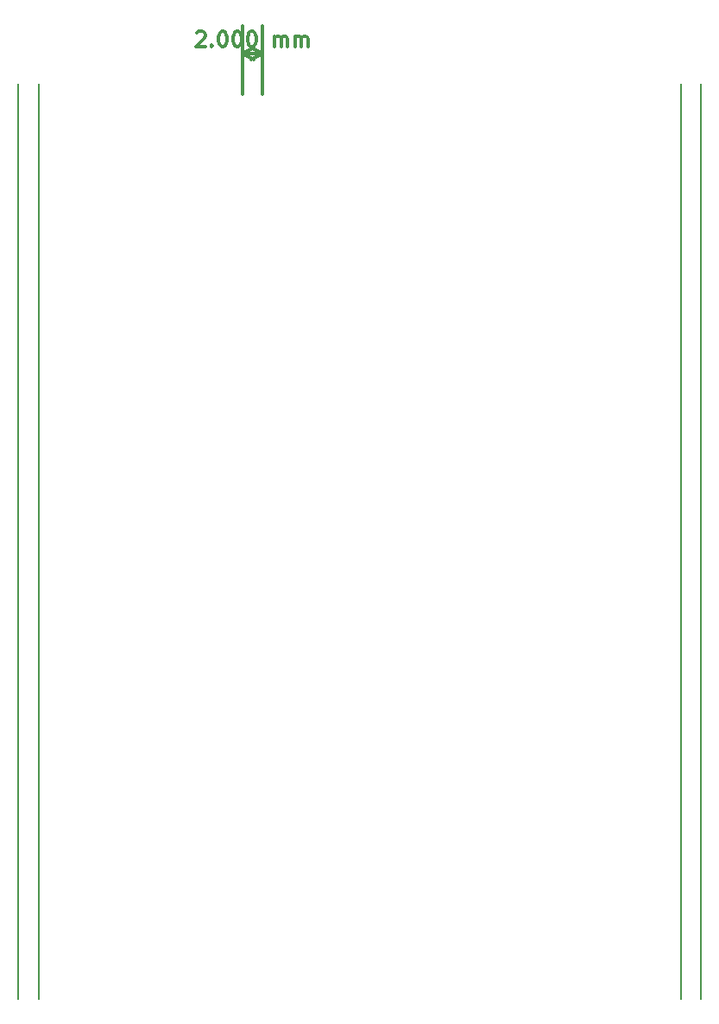
<source format=gbr>
G04 #@! TF.GenerationSoftware,KiCad,Pcbnew,5.0.0-fee4fd1~66~ubuntu16.04.1*
G04 #@! TF.CreationDate,2018-09-19T21:28:41+02:00*
G04 #@! TF.ProjectId,motor_switch_3pole_5x,6D6F746F725F7377697463685F33706F,1*
G04 #@! TF.SameCoordinates,Original*
G04 #@! TF.FileFunction,Other,Comment*
%FSLAX46Y46*%
G04 Gerber Fmt 4.6, Leading zero omitted, Abs format (unit mm)*
G04 Created by KiCad (PCBNEW 5.0.0-fee4fd1~66~ubuntu16.04.1) date Wed Sep 19 21:28:41 2018*
%MOMM*%
%LPD*%
G01*
G04 APERTURE LIST*
%ADD10C,0.300000*%
%ADD11C,0.200000*%
G04 APERTURE END LIST*
D10*
X130500000Y-44971428D02*
X130571428Y-44900000D01*
X130714285Y-44828571D01*
X131071428Y-44828571D01*
X131214285Y-44900000D01*
X131285714Y-44971428D01*
X131357142Y-45114285D01*
X131357142Y-45257142D01*
X131285714Y-45471428D01*
X130428571Y-46328571D01*
X131357142Y-46328571D01*
X132000000Y-46185714D02*
X132071428Y-46257142D01*
X132000000Y-46328571D01*
X131928571Y-46257142D01*
X132000000Y-46185714D01*
X132000000Y-46328571D01*
X133000000Y-44828571D02*
X133142857Y-44828571D01*
X133285714Y-44900000D01*
X133357142Y-44971428D01*
X133428571Y-45114285D01*
X133500000Y-45400000D01*
X133500000Y-45757142D01*
X133428571Y-46042857D01*
X133357142Y-46185714D01*
X133285714Y-46257142D01*
X133142857Y-46328571D01*
X133000000Y-46328571D01*
X132857142Y-46257142D01*
X132785714Y-46185714D01*
X132714285Y-46042857D01*
X132642857Y-45757142D01*
X132642857Y-45400000D01*
X132714285Y-45114285D01*
X132785714Y-44971428D01*
X132857142Y-44900000D01*
X133000000Y-44828571D01*
X134428571Y-44828571D02*
X134571428Y-44828571D01*
X134714285Y-44900000D01*
X134785714Y-44971428D01*
X134857142Y-45114285D01*
X134928571Y-45400000D01*
X134928571Y-45757142D01*
X134857142Y-46042857D01*
X134785714Y-46185714D01*
X134714285Y-46257142D01*
X134571428Y-46328571D01*
X134428571Y-46328571D01*
X134285714Y-46257142D01*
X134214285Y-46185714D01*
X134142857Y-46042857D01*
X134071428Y-45757142D01*
X134071428Y-45400000D01*
X134142857Y-45114285D01*
X134214285Y-44971428D01*
X134285714Y-44900000D01*
X134428571Y-44828571D01*
X135857142Y-44828571D02*
X136000000Y-44828571D01*
X136142857Y-44900000D01*
X136214285Y-44971428D01*
X136285714Y-45114285D01*
X136357142Y-45400000D01*
X136357142Y-45757142D01*
X136285714Y-46042857D01*
X136214285Y-46185714D01*
X136142857Y-46257142D01*
X136000000Y-46328571D01*
X135857142Y-46328571D01*
X135714285Y-46257142D01*
X135642857Y-46185714D01*
X135571428Y-46042857D01*
X135500000Y-45757142D01*
X135500000Y-45400000D01*
X135571428Y-45114285D01*
X135642857Y-44971428D01*
X135714285Y-44900000D01*
X135857142Y-44828571D01*
X138142857Y-46328571D02*
X138142857Y-45328571D01*
X138142857Y-45471428D02*
X138214285Y-45400000D01*
X138357142Y-45328571D01*
X138571428Y-45328571D01*
X138714285Y-45400000D01*
X138785714Y-45542857D01*
X138785714Y-46328571D01*
X138785714Y-45542857D02*
X138857142Y-45400000D01*
X139000000Y-45328571D01*
X139214285Y-45328571D01*
X139357142Y-45400000D01*
X139428571Y-45542857D01*
X139428571Y-46328571D01*
X140142857Y-46328571D02*
X140142857Y-45328571D01*
X140142857Y-45471428D02*
X140214285Y-45400000D01*
X140357142Y-45328571D01*
X140571428Y-45328571D01*
X140714285Y-45400000D01*
X140785714Y-45542857D01*
X140785714Y-46328571D01*
X140785714Y-45542857D02*
X140857142Y-45400000D01*
X141000000Y-45328571D01*
X141214285Y-45328571D01*
X141357142Y-45400000D01*
X141428571Y-45542857D01*
X141428571Y-46328571D01*
X135000000Y-47000000D02*
X137000000Y-47000000D01*
X135000000Y-51000000D02*
X135000000Y-44300000D01*
X137000000Y-51000000D02*
X137000000Y-44300000D01*
X137000000Y-47000000D02*
X135873496Y-47586421D01*
X137000000Y-47000000D02*
X135873496Y-46413579D01*
X135000000Y-47000000D02*
X136126504Y-47586421D01*
X135000000Y-47000000D02*
X136126504Y-46413579D01*
D11*
X180000000Y-139600000D02*
X180000000Y-50000000D01*
X178000000Y-50000000D02*
X178000000Y-139600000D01*
X113000000Y-139600000D02*
X113000000Y-50000000D01*
X115000000Y-50000000D02*
X115000000Y-139600000D01*
M02*

</source>
